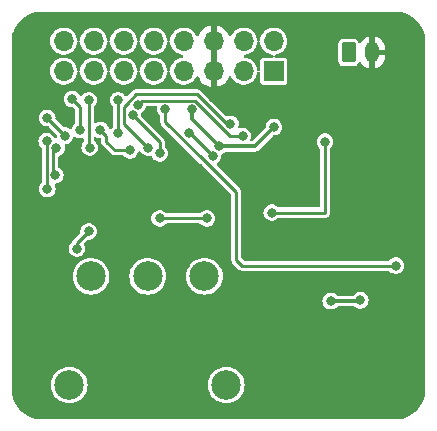
<source format=gbr>
%TF.GenerationSoftware,KiCad,Pcbnew,8.0.1*%
%TF.CreationDate,2024-03-24T23:32:15+02:00*%
%TF.ProjectId,PowerSubsystem,506f7765-7253-4756-9273-797374656d2e,rev?*%
%TF.SameCoordinates,Original*%
%TF.FileFunction,Copper,L2,Bot*%
%TF.FilePolarity,Positive*%
%FSLAX46Y46*%
G04 Gerber Fmt 4.6, Leading zero omitted, Abs format (unit mm)*
G04 Created by KiCad (PCBNEW 8.0.1) date 2024-03-24 23:32:15*
%MOMM*%
%LPD*%
G01*
G04 APERTURE LIST*
G04 Aperture macros list*
%AMRoundRect*
0 Rectangle with rounded corners*
0 $1 Rounding radius*
0 $2 $3 $4 $5 $6 $7 $8 $9 X,Y pos of 4 corners*
0 Add a 4 corners polygon primitive as box body*
4,1,4,$2,$3,$4,$5,$6,$7,$8,$9,$2,$3,0*
0 Add four circle primitives for the rounded corners*
1,1,$1+$1,$2,$3*
1,1,$1+$1,$4,$5*
1,1,$1+$1,$6,$7*
1,1,$1+$1,$8,$9*
0 Add four rect primitives between the rounded corners*
20,1,$1+$1,$2,$3,$4,$5,0*
20,1,$1+$1,$4,$5,$6,$7,0*
20,1,$1+$1,$6,$7,$8,$9,0*
20,1,$1+$1,$8,$9,$2,$3,0*%
G04 Aperture macros list end*
%TA.AperFunction,ComponentPad*%
%ADD10C,2.500000*%
%TD*%
%TA.AperFunction,ComponentPad*%
%ADD11RoundRect,0.250000X-0.350000X-0.625000X0.350000X-0.625000X0.350000X0.625000X-0.350000X0.625000X0*%
%TD*%
%TA.AperFunction,ComponentPad*%
%ADD12O,1.200000X1.750000*%
%TD*%
%TA.AperFunction,ComponentPad*%
%ADD13O,1.700000X1.700000*%
%TD*%
%TA.AperFunction,ComponentPad*%
%ADD14R,1.700000X1.700000*%
%TD*%
%TA.AperFunction,ViaPad*%
%ADD15C,0.800000*%
%TD*%
%TA.AperFunction,Conductor*%
%ADD16C,0.254000*%
%TD*%
%TA.AperFunction,Conductor*%
%ADD17C,0.300000*%
%TD*%
G04 APERTURE END LIST*
D10*
%TO.P,U4,1,1*%
%TO.N,Net-(U2-BAT)*%
X176300102Y-69900051D03*
%TO.P,U4,2,2*%
%TO.N,Vbatt*%
X171500000Y-69900051D03*
%TO.P,U4,3,3*%
%TO.N,Circuit2*%
X166699898Y-69900051D03*
%TO.P,U4,4,4*%
%TO.N,unconnected-(U4-Pad4)*%
X178149987Y-79099949D03*
%TO.P,U4,5,5*%
%TO.N,unconnected-(U4-Pad5)*%
X164850013Y-79099949D03*
%TD*%
D11*
%TO.P,J2,1,Pin_1*%
%TO.N,Vbatt*%
X188500000Y-50950000D03*
D12*
%TO.P,J2,2,Pin_2*%
%TO.N,GND*%
X190500000Y-50950000D03*
%TD*%
D13*
%TO.P,J1,16,Pin_16*%
%TO.N,Vp4*%
X164380000Y-50000000D03*
%TO.P,J1,15,Pin_15*%
%TO.N,/Motor1_B*%
X164380000Y-52540000D03*
%TO.P,J1,14,Pin_14*%
%TO.N,Vp3*%
X166920000Y-50000000D03*
%TO.P,J1,13,Pin_13*%
%TO.N,/Motor1_A*%
X166920000Y-52540000D03*
%TO.P,J1,12,Pin_12*%
%TO.N,Vusb*%
X169460000Y-50000000D03*
%TO.P,J1,11,Pin_11*%
X169460000Y-52540000D03*
%TO.P,J1,10,Pin_10*%
%TO.N,BATT_ADC*%
X172000000Y-50000000D03*
%TO.P,J1,9,Pin_9*%
%TO.N,/RESV*%
X172000000Y-52540000D03*
%TO.P,J1,8,Pin_8*%
%TO.N,Vbatt*%
X174540000Y-50000000D03*
%TO.P,J1,7,Pin_7*%
X174540000Y-52540000D03*
%TO.P,J1,6,Pin_6*%
%TO.N,GND*%
X177080000Y-50000000D03*
%TO.P,J1,5,Pin_5*%
X177080000Y-52540000D03*
%TO.P,J1,4,Pin_4*%
%TO.N,Vp2*%
X179620000Y-50000000D03*
%TO.P,J1,3,Pin_3*%
%TO.N,/Motor2_B*%
X179620000Y-52540000D03*
%TO.P,J1,2,Pin_2*%
%TO.N,Vp1*%
X182160000Y-50000000D03*
D14*
%TO.P,J1,1,Pin_1*%
%TO.N,/Motor2_A*%
X182160000Y-52540000D03*
%TD*%
D15*
%TO.N,/Motor1_A*%
X166500000Y-66098000D03*
X165500000Y-67552000D03*
%TO.N,/Motor2_A*%
X162985933Y-56485933D03*
X164500000Y-58000000D03*
%TO.N,Vbatt*%
X182177000Y-57273000D03*
%TO.N,BATT_ADC*%
X173000000Y-55773000D03*
X192500000Y-69000000D03*
%TO.N,Vbatt*%
X177566675Y-58903055D03*
%TO.N,Vusb*%
X170657313Y-55370317D03*
%TO.N,Vbatt*%
X175217442Y-55773711D03*
X189493425Y-71925001D03*
X187000000Y-72000000D03*
%TO.N,GND*%
X161500000Y-68500000D03*
X161500000Y-62000000D03*
X183325000Y-70500000D03*
X187000000Y-80475000D03*
X190500000Y-56500000D03*
X190500000Y-54500000D03*
%TO.N,Vusb*%
X179528134Y-58028134D03*
X186500000Y-58500000D03*
X182000000Y-64500000D03*
%TO.N,GND*%
X177000000Y-54773000D03*
X180000000Y-64175000D03*
%TO.N,Vp4*%
X165107000Y-54889304D03*
X165773000Y-57500000D03*
X167500000Y-57500000D03*
X170000000Y-59227000D03*
%TO.N,Vp3*%
X169000000Y-55000000D03*
X175000000Y-57773000D03*
X177000000Y-59727000D03*
X176500000Y-65000000D03*
X169000000Y-57773000D03*
X172500000Y-65000000D03*
%TO.N,GND*%
X172669671Y-62184897D03*
%TO.N,Vp2*%
X170227000Y-56273000D03*
X172500000Y-59500000D03*
%TO.N,Vp1*%
X171500000Y-59000000D03*
X178500000Y-57000000D03*
%TO.N,/Motor1_A*%
X166500000Y-55000000D03*
X166577000Y-59000000D03*
%TO.N,/Motor1_B*%
X162940319Y-58460310D03*
X163000000Y-62500000D03*
%TO.N,/Motor2_B*%
X163773000Y-59014067D03*
X163664907Y-61335093D03*
%TD*%
D16*
%TO.N,/Motor1_A*%
X166500000Y-66098000D02*
X165500000Y-67098000D01*
X165500000Y-67098000D02*
X165500000Y-67552000D01*
%TO.N,/Motor2_A*%
X164500000Y-58000000D02*
X162985933Y-56485933D01*
D17*
%TO.N,Vbatt*%
X180546945Y-58903055D02*
X177566675Y-58903055D01*
X182177000Y-57273000D02*
X180546945Y-58903055D01*
D16*
%TO.N,BATT_ADC*%
X176227000Y-60028134D02*
X173000000Y-56801134D01*
X176273000Y-60028134D02*
X176227000Y-60028134D01*
X179000000Y-68500000D02*
X179000000Y-62755134D01*
X179500000Y-69000000D02*
X179000000Y-68500000D01*
X192500000Y-69000000D02*
X179500000Y-69000000D01*
X179000000Y-62755134D02*
X176273000Y-60028134D01*
X173000000Y-56801134D02*
X173000000Y-55773000D01*
D17*
%TO.N,Vbatt*%
X177566675Y-58903055D02*
X175217442Y-56553822D01*
X175217442Y-56553822D02*
X175217442Y-55773711D01*
X175218549Y-55773711D02*
X175217442Y-55773711D01*
D16*
%TO.N,Vusb*%
X178500000Y-58028134D02*
X179528134Y-58028134D01*
X175517866Y-55046000D02*
X178500000Y-58028134D01*
X170657313Y-55370317D02*
X170981630Y-55046000D01*
X170981630Y-55046000D02*
X175517866Y-55046000D01*
%TO.N,Vp2*%
X172500000Y-58546000D02*
X172500000Y-59500000D01*
X170227000Y-56273000D02*
X172500000Y-58546000D01*
%TO.N,Vp1*%
X178198866Y-57000000D02*
X178500000Y-57000000D01*
X170500000Y-54500000D02*
X175698866Y-54500000D01*
X175698866Y-54500000D02*
X178198866Y-57000000D01*
X169727000Y-55301134D02*
X169727000Y-55273000D01*
X169727000Y-55273000D02*
X170500000Y-54500000D01*
X169500000Y-55528134D02*
X169727000Y-55301134D01*
X169500000Y-57000000D02*
X169500000Y-55528134D01*
X171500000Y-59000000D02*
X169500000Y-57000000D01*
%TO.N,Vp3*%
X175046000Y-57773000D02*
X177000000Y-59727000D01*
X175000000Y-57773000D02*
X175046000Y-57773000D01*
D17*
%TO.N,Vbatt*%
X187000000Y-72000000D02*
X189418426Y-72000000D01*
X189418426Y-72000000D02*
X189493425Y-71925001D01*
D16*
%TO.N,Vusb*%
X186500000Y-64500000D02*
X186500000Y-64000000D01*
X182500000Y-64500000D02*
X186500000Y-64500000D01*
X186500000Y-64000000D02*
X186500000Y-58500000D01*
X182000000Y-64500000D02*
X182500000Y-64500000D01*
%TO.N,Vp3*%
X176500000Y-65000000D02*
X172500000Y-65000000D01*
%TO.N,Vp4*%
X165773000Y-57500000D02*
X165773000Y-55555304D01*
X168000000Y-58000000D02*
X167500000Y-57500000D01*
X168000000Y-58500000D02*
X168000000Y-58000000D01*
X168727000Y-59227000D02*
X168000000Y-58500000D01*
X170000000Y-59227000D02*
X168727000Y-59227000D01*
X165773000Y-55555304D02*
X165107000Y-54889304D01*
%TO.N,Vp3*%
X169000000Y-57000000D02*
X169000000Y-55000000D01*
X169000000Y-57773000D02*
X169000000Y-57000000D01*
%TO.N,/Motor1_A*%
X166500000Y-55000000D02*
X166500000Y-58923000D01*
X166500000Y-58923000D02*
X166577000Y-59000000D01*
%TO.N,/Motor1_B*%
X162937907Y-62437907D02*
X162937907Y-58462722D01*
X163000000Y-62500000D02*
X162937907Y-62437907D01*
X162937907Y-58462722D02*
X162940319Y-58460310D01*
%TO.N,/Motor2_B*%
X163500000Y-59287067D02*
X163773000Y-59014067D01*
X163500000Y-61170186D02*
X163500000Y-59287067D01*
X163664907Y-61335093D02*
X163500000Y-61170186D01*
%TD*%
%TA.AperFunction,Conductor*%
%TO.N,GND*%
G36*
X177330000Y-52106988D02*
G01*
X177272993Y-52074075D01*
X177145826Y-52040000D01*
X177014174Y-52040000D01*
X176887007Y-52074075D01*
X176830000Y-52106988D01*
X176830000Y-50433012D01*
X176887007Y-50465925D01*
X177014174Y-50500000D01*
X177145826Y-50500000D01*
X177272993Y-50465925D01*
X177330000Y-50433012D01*
X177330000Y-52106988D01*
G37*
%TD.AperFunction*%
%TA.AperFunction,Conductor*%
G36*
X192501039Y-47500017D02*
G01*
X192503981Y-47500065D01*
X192656582Y-47502559D01*
X192670718Y-47503602D01*
X192980196Y-47544345D01*
X192996087Y-47547506D01*
X193240218Y-47612921D01*
X193296612Y-47628032D01*
X193311971Y-47633246D01*
X193599400Y-47752303D01*
X193613947Y-47759477D01*
X193883377Y-47915032D01*
X193896863Y-47924043D01*
X194143686Y-48113437D01*
X194155881Y-48124132D01*
X194375867Y-48344118D01*
X194386562Y-48356313D01*
X194575956Y-48603136D01*
X194584967Y-48616622D01*
X194740522Y-48886052D01*
X194747696Y-48900599D01*
X194866753Y-49188028D01*
X194871967Y-49203387D01*
X194952491Y-49503903D01*
X194955655Y-49519812D01*
X194996396Y-49829270D01*
X194997440Y-49843428D01*
X194999983Y-49998960D01*
X195000000Y-50000987D01*
X195000000Y-79499012D01*
X194999983Y-79501039D01*
X194997440Y-79656571D01*
X194996396Y-79670729D01*
X194955655Y-79980187D01*
X194952491Y-79996096D01*
X194871967Y-80296612D01*
X194866753Y-80311971D01*
X194747696Y-80599400D01*
X194740522Y-80613947D01*
X194584967Y-80883377D01*
X194575956Y-80896863D01*
X194386562Y-81143686D01*
X194375867Y-81155881D01*
X194155881Y-81375867D01*
X194143686Y-81386562D01*
X193896863Y-81575956D01*
X193883377Y-81584967D01*
X193613947Y-81740522D01*
X193599400Y-81747696D01*
X193311971Y-81866753D01*
X193296612Y-81871967D01*
X192996096Y-81952491D01*
X192980187Y-81955655D01*
X192670729Y-81996396D01*
X192656571Y-81997440D01*
X192501040Y-81999983D01*
X192499013Y-82000000D01*
X162500987Y-82000000D01*
X162498960Y-81999983D01*
X162343428Y-81997440D01*
X162329270Y-81996396D01*
X162019812Y-81955655D01*
X162003903Y-81952491D01*
X161703387Y-81871967D01*
X161688028Y-81866753D01*
X161400599Y-81747696D01*
X161386052Y-81740522D01*
X161116622Y-81584967D01*
X161103136Y-81575956D01*
X160856313Y-81386562D01*
X160844118Y-81375867D01*
X160624132Y-81155881D01*
X160613437Y-81143686D01*
X160424043Y-80896863D01*
X160415032Y-80883377D01*
X160259477Y-80613947D01*
X160252303Y-80599400D01*
X160133246Y-80311971D01*
X160128032Y-80296612D01*
X160052339Y-80014125D01*
X160047506Y-79996087D01*
X160044345Y-79980196D01*
X160003602Y-79670718D01*
X160002559Y-79656582D01*
X160000017Y-79501038D01*
X160000000Y-79499012D01*
X160000000Y-79099949D01*
X163294719Y-79099949D01*
X163313866Y-79343246D01*
X163370843Y-79580568D01*
X163464235Y-79806038D01*
X163591750Y-80014122D01*
X163591751Y-80014125D01*
X163591754Y-80014128D01*
X163750254Y-80199708D01*
X163863714Y-80296612D01*
X163935836Y-80358210D01*
X163935839Y-80358211D01*
X164143923Y-80485726D01*
X164369394Y-80579118D01*
X164369391Y-80579118D01*
X164369397Y-80579119D01*
X164369401Y-80579121D01*
X164606711Y-80636095D01*
X164850013Y-80655243D01*
X165093315Y-80636095D01*
X165330625Y-80579121D01*
X165556102Y-80485726D01*
X165764192Y-80358208D01*
X165949772Y-80199708D01*
X166108272Y-80014128D01*
X166235790Y-79806038D01*
X166329185Y-79580561D01*
X166386159Y-79343251D01*
X166405307Y-79099949D01*
X176594693Y-79099949D01*
X176613840Y-79343246D01*
X176670817Y-79580568D01*
X176764209Y-79806038D01*
X176891724Y-80014122D01*
X176891725Y-80014125D01*
X176891728Y-80014128D01*
X177050228Y-80199708D01*
X177163688Y-80296612D01*
X177235810Y-80358210D01*
X177235813Y-80358211D01*
X177443897Y-80485726D01*
X177669368Y-80579118D01*
X177669365Y-80579118D01*
X177669371Y-80579119D01*
X177669375Y-80579121D01*
X177906685Y-80636095D01*
X178149987Y-80655243D01*
X178393289Y-80636095D01*
X178630599Y-80579121D01*
X178856076Y-80485726D01*
X179064166Y-80358208D01*
X179249746Y-80199708D01*
X179408246Y-80014128D01*
X179535764Y-79806038D01*
X179629159Y-79580561D01*
X179686133Y-79343251D01*
X179705281Y-79099949D01*
X179686133Y-78856647D01*
X179629159Y-78619337D01*
X179535764Y-78393860D01*
X179535764Y-78393859D01*
X179408249Y-78185775D01*
X179408248Y-78185772D01*
X179372440Y-78143846D01*
X179249746Y-78000190D01*
X179127050Y-77895398D01*
X179064163Y-77841687D01*
X179064160Y-77841686D01*
X178856076Y-77714171D01*
X178630605Y-77620779D01*
X178630608Y-77620779D01*
X178524979Y-77595419D01*
X178393289Y-77563803D01*
X178393287Y-77563802D01*
X178393284Y-77563802D01*
X178149987Y-77544655D01*
X177906689Y-77563802D01*
X177669367Y-77620779D01*
X177443897Y-77714171D01*
X177235813Y-77841686D01*
X177235810Y-77841687D01*
X177050228Y-78000190D01*
X176891725Y-78185772D01*
X176891724Y-78185775D01*
X176764209Y-78393859D01*
X176670817Y-78619329D01*
X176613840Y-78856651D01*
X176594693Y-79099949D01*
X166405307Y-79099949D01*
X166386159Y-78856647D01*
X166329185Y-78619337D01*
X166235790Y-78393860D01*
X166235790Y-78393859D01*
X166108275Y-78185775D01*
X166108274Y-78185772D01*
X166072466Y-78143846D01*
X165949772Y-78000190D01*
X165827076Y-77895398D01*
X165764189Y-77841687D01*
X165764186Y-77841686D01*
X165556102Y-77714171D01*
X165330631Y-77620779D01*
X165330634Y-77620779D01*
X165225005Y-77595419D01*
X165093315Y-77563803D01*
X165093313Y-77563802D01*
X165093310Y-77563802D01*
X164850013Y-77544655D01*
X164606715Y-77563802D01*
X164369393Y-77620779D01*
X164143923Y-77714171D01*
X163935839Y-77841686D01*
X163935836Y-77841687D01*
X163750254Y-78000190D01*
X163591751Y-78185772D01*
X163591750Y-78185775D01*
X163464235Y-78393859D01*
X163370843Y-78619329D01*
X163313866Y-78856651D01*
X163294719Y-79099949D01*
X160000000Y-79099949D01*
X160000000Y-72000000D01*
X186294355Y-72000000D01*
X186314859Y-72168869D01*
X186314860Y-72168874D01*
X186375182Y-72327931D01*
X186437475Y-72418177D01*
X186471817Y-72467929D01*
X186514494Y-72505737D01*
X186599150Y-72580736D01*
X186684443Y-72625501D01*
X186749775Y-72659790D01*
X186914944Y-72700500D01*
X187085056Y-72700500D01*
X187250225Y-72659790D01*
X187400852Y-72580734D01*
X187512656Y-72481685D01*
X187575889Y-72451963D01*
X187594883Y-72450500D01*
X188983198Y-72450500D01*
X189050237Y-72470185D01*
X189065424Y-72481684D01*
X189092572Y-72505734D01*
X189092574Y-72505736D01*
X189235468Y-72580733D01*
X189243200Y-72584791D01*
X189408369Y-72625501D01*
X189578481Y-72625501D01*
X189743650Y-72584791D01*
X189823117Y-72543082D01*
X189894274Y-72505737D01*
X189894275Y-72505735D01*
X189894277Y-72505735D01*
X190021608Y-72392930D01*
X190118243Y-72252931D01*
X190178565Y-72093873D01*
X190199070Y-71925001D01*
X190178565Y-71756129D01*
X190118243Y-71597071D01*
X190021608Y-71457072D01*
X189894277Y-71344267D01*
X189894274Y-71344264D01*
X189743651Y-71265211D01*
X189578481Y-71224501D01*
X189408369Y-71224501D01*
X189243198Y-71265211D01*
X189092575Y-71344264D01*
X188967191Y-71455345D01*
X188965242Y-71457072D01*
X188938411Y-71495942D01*
X188884129Y-71539931D01*
X188836363Y-71549500D01*
X187594883Y-71549500D01*
X187527844Y-71529815D01*
X187512656Y-71518315D01*
X187400852Y-71419266D01*
X187400850Y-71419264D01*
X187250226Y-71340210D01*
X187085056Y-71299500D01*
X186914944Y-71299500D01*
X186749773Y-71340210D01*
X186599150Y-71419263D01*
X186471816Y-71532072D01*
X186375182Y-71672068D01*
X186314860Y-71831125D01*
X186314859Y-71831130D01*
X186294355Y-72000000D01*
X160000000Y-72000000D01*
X160000000Y-69900051D01*
X165144604Y-69900051D01*
X165163751Y-70143348D01*
X165220728Y-70380670D01*
X165314120Y-70606140D01*
X165441635Y-70814224D01*
X165441636Y-70814227D01*
X165441639Y-70814230D01*
X165600139Y-70999810D01*
X165743795Y-71122504D01*
X165785721Y-71158312D01*
X165785724Y-71158313D01*
X165993808Y-71285828D01*
X166219279Y-71379220D01*
X166219276Y-71379220D01*
X166219282Y-71379221D01*
X166219286Y-71379223D01*
X166456596Y-71436197D01*
X166699898Y-71455345D01*
X166943200Y-71436197D01*
X167180510Y-71379223D01*
X167405987Y-71285828D01*
X167614077Y-71158310D01*
X167799657Y-70999810D01*
X167958157Y-70814230D01*
X168085675Y-70606140D01*
X168179070Y-70380663D01*
X168236044Y-70143353D01*
X168255192Y-69900051D01*
X169944706Y-69900051D01*
X169963853Y-70143348D01*
X170020830Y-70380670D01*
X170114222Y-70606140D01*
X170241737Y-70814224D01*
X170241738Y-70814227D01*
X170241741Y-70814230D01*
X170400241Y-70999810D01*
X170543897Y-71122504D01*
X170585823Y-71158312D01*
X170585826Y-71158313D01*
X170793910Y-71285828D01*
X171019381Y-71379220D01*
X171019378Y-71379220D01*
X171019384Y-71379221D01*
X171019388Y-71379223D01*
X171256698Y-71436197D01*
X171500000Y-71455345D01*
X171743302Y-71436197D01*
X171980612Y-71379223D01*
X172206089Y-71285828D01*
X172414179Y-71158310D01*
X172599759Y-70999810D01*
X172758259Y-70814230D01*
X172885777Y-70606140D01*
X172979172Y-70380663D01*
X173036146Y-70143353D01*
X173055294Y-69900051D01*
X174744808Y-69900051D01*
X174763955Y-70143348D01*
X174820932Y-70380670D01*
X174914324Y-70606140D01*
X175041839Y-70814224D01*
X175041840Y-70814227D01*
X175041843Y-70814230D01*
X175200343Y-70999810D01*
X175343999Y-71122504D01*
X175385925Y-71158312D01*
X175385928Y-71158313D01*
X175594012Y-71285828D01*
X175819483Y-71379220D01*
X175819480Y-71379220D01*
X175819486Y-71379221D01*
X175819490Y-71379223D01*
X176056800Y-71436197D01*
X176300102Y-71455345D01*
X176543404Y-71436197D01*
X176780714Y-71379223D01*
X177006191Y-71285828D01*
X177214281Y-71158310D01*
X177399861Y-70999810D01*
X177558361Y-70814230D01*
X177685879Y-70606140D01*
X177779274Y-70380663D01*
X177836248Y-70143353D01*
X177855396Y-69900051D01*
X177836248Y-69656749D01*
X177779274Y-69419439D01*
X177770546Y-69398367D01*
X177685879Y-69193961D01*
X177558364Y-68985877D01*
X177558363Y-68985874D01*
X177522555Y-68943948D01*
X177399861Y-68800292D01*
X177241465Y-68665009D01*
X177214278Y-68641789D01*
X177214275Y-68641788D01*
X177006191Y-68514273D01*
X176780720Y-68420881D01*
X176780723Y-68420881D01*
X176675094Y-68395521D01*
X176543404Y-68363905D01*
X176543402Y-68363904D01*
X176543399Y-68363904D01*
X176300102Y-68344757D01*
X176056804Y-68363904D01*
X175819482Y-68420881D01*
X175594012Y-68514273D01*
X175385928Y-68641788D01*
X175385925Y-68641789D01*
X175200343Y-68800292D01*
X175041840Y-68985874D01*
X175041839Y-68985877D01*
X174914324Y-69193961D01*
X174820932Y-69419431D01*
X174763955Y-69656753D01*
X174744808Y-69900051D01*
X173055294Y-69900051D01*
X173036146Y-69656749D01*
X172979172Y-69419439D01*
X172970444Y-69398367D01*
X172885777Y-69193961D01*
X172758262Y-68985877D01*
X172758261Y-68985874D01*
X172722453Y-68943948D01*
X172599759Y-68800292D01*
X172441363Y-68665009D01*
X172414176Y-68641789D01*
X172414173Y-68641788D01*
X172206089Y-68514273D01*
X171980618Y-68420881D01*
X171980621Y-68420881D01*
X171874992Y-68395521D01*
X171743302Y-68363905D01*
X171743300Y-68363904D01*
X171743297Y-68363904D01*
X171500000Y-68344757D01*
X171256702Y-68363904D01*
X171019380Y-68420881D01*
X170793910Y-68514273D01*
X170585826Y-68641788D01*
X170585823Y-68641789D01*
X170400241Y-68800292D01*
X170241738Y-68985874D01*
X170241737Y-68985877D01*
X170114222Y-69193961D01*
X170020830Y-69419431D01*
X169963853Y-69656753D01*
X169944706Y-69900051D01*
X168255192Y-69900051D01*
X168236044Y-69656749D01*
X168179070Y-69419439D01*
X168170342Y-69398367D01*
X168085675Y-69193961D01*
X167958160Y-68985877D01*
X167958159Y-68985874D01*
X167922351Y-68943948D01*
X167799657Y-68800292D01*
X167641261Y-68665009D01*
X167614074Y-68641789D01*
X167614071Y-68641788D01*
X167405987Y-68514273D01*
X167180516Y-68420881D01*
X167180519Y-68420881D01*
X167074890Y-68395521D01*
X166943200Y-68363905D01*
X166943198Y-68363904D01*
X166943195Y-68363904D01*
X166699898Y-68344757D01*
X166456600Y-68363904D01*
X166219278Y-68420881D01*
X165993808Y-68514273D01*
X165785724Y-68641788D01*
X165785721Y-68641789D01*
X165600139Y-68800292D01*
X165441636Y-68985874D01*
X165441635Y-68985877D01*
X165314120Y-69193961D01*
X165220728Y-69419431D01*
X165163751Y-69656753D01*
X165144604Y-69900051D01*
X160000000Y-69900051D01*
X160000000Y-67552000D01*
X164794355Y-67552000D01*
X164814859Y-67720869D01*
X164814860Y-67720874D01*
X164875182Y-67879931D01*
X164937475Y-67970177D01*
X164971817Y-68019929D01*
X165077505Y-68113560D01*
X165099150Y-68132736D01*
X165249773Y-68211789D01*
X165249775Y-68211790D01*
X165414944Y-68252500D01*
X165585056Y-68252500D01*
X165750225Y-68211790D01*
X165829692Y-68170081D01*
X165900849Y-68132736D01*
X165900850Y-68132734D01*
X165900852Y-68132734D01*
X166028183Y-68019929D01*
X166124818Y-67879930D01*
X166185140Y-67720872D01*
X166205645Y-67552000D01*
X166185140Y-67383128D01*
X166124818Y-67224070D01*
X166123770Y-67222551D01*
X166123346Y-67221266D01*
X166121331Y-67217426D01*
X166121969Y-67217090D01*
X166101889Y-67156196D01*
X166119356Y-67088545D01*
X166138137Y-67064437D01*
X166367756Y-66834819D01*
X166429079Y-66801334D01*
X166455437Y-66798500D01*
X166585056Y-66798500D01*
X166750225Y-66757790D01*
X166829692Y-66716081D01*
X166900849Y-66678736D01*
X166900850Y-66678734D01*
X166900852Y-66678734D01*
X167028183Y-66565929D01*
X167124818Y-66425930D01*
X167185140Y-66266872D01*
X167205645Y-66098000D01*
X167185140Y-65929128D01*
X167124818Y-65770070D01*
X167028183Y-65630071D01*
X166900852Y-65517266D01*
X166900849Y-65517263D01*
X166750226Y-65438210D01*
X166585056Y-65397500D01*
X166414944Y-65397500D01*
X166249773Y-65438210D01*
X166099150Y-65517263D01*
X165971816Y-65630072D01*
X165875182Y-65770068D01*
X165814860Y-65929125D01*
X165814859Y-65929130D01*
X165794355Y-66098000D01*
X165794355Y-66098002D01*
X165798020Y-66128192D01*
X165786558Y-66197115D01*
X165762605Y-66230817D01*
X165237509Y-66755915D01*
X165157917Y-66835506D01*
X165157913Y-66835512D01*
X165101633Y-66932991D01*
X165101632Y-66932994D01*
X165098605Y-66944290D01*
X165062238Y-67003949D01*
X165061059Y-67005007D01*
X164971822Y-67084065D01*
X164971815Y-67084073D01*
X164875182Y-67224068D01*
X164814860Y-67383125D01*
X164814859Y-67383130D01*
X164794355Y-67552000D01*
X160000000Y-67552000D01*
X160000000Y-65000000D01*
X171794355Y-65000000D01*
X171814859Y-65168869D01*
X171814860Y-65168874D01*
X171875182Y-65327931D01*
X171923203Y-65397500D01*
X171971817Y-65467929D01*
X172077505Y-65561560D01*
X172099150Y-65580736D01*
X172249773Y-65659789D01*
X172249775Y-65659790D01*
X172414944Y-65700500D01*
X172585056Y-65700500D01*
X172750225Y-65659790D01*
X172829692Y-65618081D01*
X172900849Y-65580736D01*
X172900850Y-65580734D01*
X172900852Y-65580734D01*
X173028183Y-65467929D01*
X173028183Y-65467927D01*
X173033797Y-65462955D01*
X173034963Y-65464271D01*
X173086186Y-65432145D01*
X173119808Y-65427500D01*
X175880192Y-65427500D01*
X175947231Y-65447185D01*
X175965957Y-65463231D01*
X175966203Y-65462955D01*
X176099150Y-65580736D01*
X176249773Y-65659789D01*
X176249775Y-65659790D01*
X176414944Y-65700500D01*
X176585056Y-65700500D01*
X176750225Y-65659790D01*
X176829692Y-65618081D01*
X176900849Y-65580736D01*
X176900850Y-65580734D01*
X176900852Y-65580734D01*
X177028183Y-65467929D01*
X177124818Y-65327930D01*
X177185140Y-65168872D01*
X177205645Y-65000000D01*
X177185140Y-64831128D01*
X177124818Y-64672070D01*
X177122608Y-64668869D01*
X177044893Y-64556280D01*
X177028183Y-64532071D01*
X176900852Y-64419266D01*
X176900849Y-64419263D01*
X176750226Y-64340210D01*
X176585056Y-64299500D01*
X176414944Y-64299500D01*
X176249773Y-64340210D01*
X176099150Y-64419263D01*
X175966203Y-64537045D01*
X175965036Y-64535728D01*
X175913814Y-64567855D01*
X175880192Y-64572500D01*
X173119808Y-64572500D01*
X173052769Y-64552815D01*
X173034042Y-64536768D01*
X173033797Y-64537045D01*
X172900849Y-64419263D01*
X172750226Y-64340210D01*
X172585056Y-64299500D01*
X172414944Y-64299500D01*
X172249773Y-64340210D01*
X172099150Y-64419263D01*
X171971816Y-64532072D01*
X171875182Y-64672068D01*
X171814860Y-64831125D01*
X171814859Y-64831130D01*
X171794355Y-65000000D01*
X160000000Y-65000000D01*
X160000000Y-58460310D01*
X162234674Y-58460310D01*
X162255178Y-58629179D01*
X162255179Y-58629184D01*
X162315501Y-58788241D01*
X162354814Y-58845195D01*
X162412136Y-58928239D01*
X162468634Y-58978292D01*
X162505761Y-59037481D01*
X162510407Y-59071107D01*
X162510407Y-61942075D01*
X162490722Y-62009114D01*
X162476263Y-62025989D01*
X162476791Y-62026457D01*
X162471815Y-62032073D01*
X162375182Y-62172068D01*
X162314860Y-62331125D01*
X162314859Y-62331130D01*
X162294355Y-62500000D01*
X162314859Y-62668869D01*
X162314860Y-62668874D01*
X162375182Y-62827931D01*
X162422092Y-62895891D01*
X162471817Y-62967929D01*
X162577505Y-63061560D01*
X162599150Y-63080736D01*
X162749773Y-63159789D01*
X162749775Y-63159790D01*
X162914944Y-63200500D01*
X163085056Y-63200500D01*
X163250225Y-63159790D01*
X163329692Y-63118081D01*
X163400849Y-63080736D01*
X163400850Y-63080734D01*
X163400852Y-63080734D01*
X163528183Y-62967929D01*
X163624818Y-62827930D01*
X163685140Y-62668872D01*
X163705645Y-62500000D01*
X163685140Y-62331128D01*
X163636762Y-62203563D01*
X163631395Y-62133900D01*
X163664543Y-62072394D01*
X163725681Y-62038573D01*
X163742544Y-62036713D01*
X163742518Y-62036497D01*
X163749961Y-62035593D01*
X163749963Y-62035593D01*
X163915132Y-61994883D01*
X164015748Y-61942075D01*
X164065756Y-61915829D01*
X164065757Y-61915827D01*
X164065759Y-61915827D01*
X164193090Y-61803022D01*
X164289725Y-61663023D01*
X164350047Y-61503965D01*
X164370552Y-61335093D01*
X164350047Y-61166221D01*
X164289725Y-61007163D01*
X164193090Y-60867164D01*
X164065759Y-60754359D01*
X164065757Y-60754358D01*
X164065756Y-60754357D01*
X164065755Y-60754356D01*
X163993873Y-60716629D01*
X163943661Y-60668044D01*
X163927500Y-60606833D01*
X163927500Y-59794598D01*
X163947185Y-59727559D01*
X163999989Y-59681804D01*
X164021826Y-59674201D01*
X164023225Y-59673857D01*
X164173852Y-59594801D01*
X164301183Y-59481996D01*
X164397818Y-59341997D01*
X164458140Y-59182939D01*
X164478645Y-59014067D01*
X164458140Y-58845195D01*
X164458139Y-58845194D01*
X164457442Y-58839447D01*
X164468902Y-58770523D01*
X164515806Y-58718737D01*
X164580538Y-58700500D01*
X164585056Y-58700500D01*
X164750225Y-58659790D01*
X164832678Y-58616515D01*
X164900849Y-58580736D01*
X164900850Y-58580734D01*
X164900852Y-58580734D01*
X165028183Y-58467929D01*
X165124818Y-58327930D01*
X165185140Y-58168872D01*
X165185140Y-58168867D01*
X165186935Y-58161588D01*
X165189041Y-58162107D01*
X165212369Y-58107901D01*
X165270302Y-58068842D01*
X165340154Y-58067304D01*
X165364680Y-58078823D01*
X165365507Y-58077249D01*
X165515184Y-58155806D01*
X165522775Y-58159790D01*
X165687944Y-58200500D01*
X165858054Y-58200500D01*
X165858056Y-58200500D01*
X165918828Y-58185521D01*
X165988626Y-58188590D01*
X166045689Y-58228909D01*
X166071894Y-58293678D01*
X166072500Y-58305918D01*
X166072500Y-58459120D01*
X166052815Y-58526159D01*
X166050550Y-58529560D01*
X165952182Y-58672068D01*
X165891860Y-58831125D01*
X165891859Y-58831130D01*
X165871355Y-59000000D01*
X165891859Y-59168869D01*
X165891860Y-59168874D01*
X165927763Y-59263541D01*
X165952182Y-59327930D01*
X166048817Y-59467929D01*
X166147021Y-59554930D01*
X166176150Y-59580736D01*
X166316694Y-59654499D01*
X166326775Y-59659790D01*
X166491944Y-59700500D01*
X166662056Y-59700500D01*
X166827225Y-59659790D01*
X166952121Y-59594239D01*
X166977849Y-59580736D01*
X166977850Y-59580734D01*
X166977852Y-59580734D01*
X167105183Y-59467929D01*
X167201818Y-59327930D01*
X167262140Y-59168872D01*
X167282645Y-59000000D01*
X167262140Y-58831128D01*
X167201818Y-58672070D01*
X167199608Y-58668869D01*
X167138773Y-58580734D01*
X167105183Y-58532071D01*
X166977852Y-58419266D01*
X166977850Y-58419265D01*
X166972238Y-58414293D01*
X166973802Y-58412527D01*
X166937065Y-58367186D01*
X166927500Y-58319430D01*
X166927500Y-58195767D01*
X166947185Y-58128728D01*
X166999989Y-58082973D01*
X167069147Y-58073029D01*
X167109126Y-58085971D01*
X167242184Y-58155806D01*
X167249775Y-58159790D01*
X167414944Y-58200500D01*
X167448500Y-58200500D01*
X167515539Y-58220185D01*
X167561294Y-58272989D01*
X167572500Y-58324500D01*
X167572500Y-58443719D01*
X167572500Y-58556281D01*
X167579052Y-58580734D01*
X167601633Y-58665010D01*
X167620290Y-58697324D01*
X167657915Y-58762491D01*
X168464508Y-59569085D01*
X168561991Y-59625367D01*
X168670718Y-59654500D01*
X168670719Y-59654500D01*
X169380192Y-59654500D01*
X169447231Y-59674185D01*
X169465957Y-59690231D01*
X169466203Y-59689955D01*
X169471816Y-59694927D01*
X169471817Y-59694929D01*
X169508018Y-59727000D01*
X169599150Y-59807736D01*
X169749773Y-59886789D01*
X169749775Y-59886790D01*
X169914944Y-59927500D01*
X170085056Y-59927500D01*
X170250225Y-59886790D01*
X170329692Y-59845081D01*
X170400849Y-59807736D01*
X170400850Y-59807734D01*
X170400852Y-59807734D01*
X170528183Y-59694929D01*
X170624818Y-59554930D01*
X170685140Y-59395872D01*
X170685140Y-59395871D01*
X170685380Y-59395239D01*
X170727558Y-59339536D01*
X170793155Y-59315479D01*
X170861345Y-59330706D01*
X170903372Y-59368770D01*
X170971817Y-59467929D01*
X171070021Y-59554930D01*
X171099150Y-59580736D01*
X171239694Y-59654499D01*
X171249775Y-59659790D01*
X171414944Y-59700500D01*
X171585054Y-59700500D01*
X171585056Y-59700500D01*
X171699525Y-59672286D01*
X171769324Y-59675355D01*
X171826386Y-59715674D01*
X171845139Y-59748712D01*
X171875182Y-59827930D01*
X171875182Y-59827931D01*
X171915810Y-59886790D01*
X171971817Y-59967929D01*
X172070021Y-60054930D01*
X172099150Y-60080736D01*
X172249773Y-60159789D01*
X172249775Y-60159790D01*
X172414944Y-60200500D01*
X172585056Y-60200500D01*
X172750225Y-60159790D01*
X172829692Y-60118081D01*
X172900849Y-60080736D01*
X172900850Y-60080734D01*
X172900852Y-60080734D01*
X173028183Y-59967929D01*
X173124818Y-59827930D01*
X173185140Y-59668872D01*
X173205645Y-59500000D01*
X173185140Y-59331128D01*
X173124818Y-59172070D01*
X173122608Y-59168869D01*
X173028184Y-59032073D01*
X173028182Y-59032070D01*
X172969272Y-58979880D01*
X172932146Y-58920690D01*
X172927500Y-58887065D01*
X172927500Y-58489721D01*
X172927500Y-58489719D01*
X172898367Y-58380991D01*
X172883975Y-58356064D01*
X172842085Y-58283508D01*
X170964392Y-56405816D01*
X170930908Y-56344494D01*
X170928979Y-56303188D01*
X170932645Y-56273000D01*
X170913731Y-56117234D01*
X170925191Y-56048314D01*
X170972095Y-55996527D01*
X170979168Y-55992511D01*
X171058165Y-55951051D01*
X171185496Y-55838246D01*
X171282131Y-55698247D01*
X171321968Y-55593203D01*
X171337015Y-55553529D01*
X171379193Y-55497826D01*
X171444790Y-55473769D01*
X171452957Y-55473500D01*
X172190754Y-55473500D01*
X172257793Y-55493185D01*
X172303548Y-55545989D01*
X172313849Y-55612446D01*
X172303697Y-55696061D01*
X172294355Y-55773000D01*
X172314859Y-55941869D01*
X172314860Y-55941874D01*
X172375182Y-56100931D01*
X172471817Y-56240930D01*
X172508018Y-56273000D01*
X172530726Y-56293118D01*
X172567853Y-56352306D01*
X172572500Y-56385933D01*
X172572500Y-56744853D01*
X172572500Y-56857415D01*
X172580445Y-56887065D01*
X172601633Y-56966144D01*
X172627909Y-57011653D01*
X172657915Y-57063625D01*
X175964508Y-60370219D01*
X176059212Y-60424896D01*
X176084891Y-60444601D01*
X178536181Y-62895891D01*
X178569666Y-62957214D01*
X178572500Y-62983572D01*
X178572500Y-68556280D01*
X178601633Y-68665010D01*
X178629774Y-68713750D01*
X178657915Y-68762491D01*
X179157915Y-69262491D01*
X179237509Y-69342085D01*
X179334991Y-69398367D01*
X179443719Y-69427500D01*
X191880192Y-69427500D01*
X191947231Y-69447185D01*
X191965957Y-69463231D01*
X191966203Y-69462955D01*
X192099150Y-69580736D01*
X192249773Y-69659789D01*
X192249775Y-69659790D01*
X192414944Y-69700500D01*
X192585056Y-69700500D01*
X192750225Y-69659790D01*
X192829692Y-69618081D01*
X192900849Y-69580736D01*
X192900850Y-69580734D01*
X192900852Y-69580734D01*
X193028183Y-69467929D01*
X193124818Y-69327930D01*
X193185140Y-69168872D01*
X193205645Y-69000000D01*
X193185140Y-68831128D01*
X193124818Y-68672070D01*
X193103918Y-68641792D01*
X193044893Y-68556280D01*
X193028183Y-68532071D01*
X192900852Y-68419266D01*
X192900849Y-68419263D01*
X192750226Y-68340210D01*
X192585056Y-68299500D01*
X192414944Y-68299500D01*
X192249773Y-68340210D01*
X192099150Y-68419263D01*
X191966203Y-68537045D01*
X191965036Y-68535728D01*
X191913814Y-68567855D01*
X191880192Y-68572500D01*
X179728438Y-68572500D01*
X179661399Y-68552815D01*
X179640757Y-68536181D01*
X179463819Y-68359243D01*
X179430334Y-68297920D01*
X179427500Y-68271562D01*
X179427500Y-64500000D01*
X181294355Y-64500000D01*
X181314859Y-64668869D01*
X181314860Y-64668874D01*
X181375182Y-64827931D01*
X181423801Y-64898366D01*
X181471817Y-64967929D01*
X181577505Y-65061560D01*
X181599150Y-65080736D01*
X181749773Y-65159789D01*
X181749775Y-65159790D01*
X181914944Y-65200500D01*
X182085056Y-65200500D01*
X182250225Y-65159790D01*
X182329692Y-65118081D01*
X182400849Y-65080736D01*
X182400850Y-65080734D01*
X182400852Y-65080734D01*
X182528183Y-64967929D01*
X182528183Y-64967927D01*
X182533797Y-64962955D01*
X182534963Y-64964271D01*
X182586186Y-64932145D01*
X182619808Y-64927500D01*
X186556279Y-64927500D01*
X186556281Y-64927500D01*
X186665009Y-64898367D01*
X186762491Y-64842085D01*
X186842085Y-64762491D01*
X186898367Y-64665009D01*
X186927500Y-64556281D01*
X186927500Y-63943719D01*
X186927500Y-59112933D01*
X186947185Y-59045894D01*
X186969271Y-59020119D01*
X187028183Y-58967929D01*
X187124818Y-58827930D01*
X187185140Y-58668872D01*
X187205645Y-58500000D01*
X187185140Y-58331128D01*
X187124818Y-58172070D01*
X187102004Y-58139019D01*
X187065486Y-58086114D01*
X187028183Y-58032071D01*
X186926369Y-57941872D01*
X186900849Y-57919263D01*
X186750226Y-57840210D01*
X186585056Y-57799500D01*
X186414944Y-57799500D01*
X186249773Y-57840210D01*
X186099150Y-57919263D01*
X185971816Y-58032072D01*
X185875182Y-58172068D01*
X185814860Y-58331125D01*
X185814859Y-58331130D01*
X185794355Y-58500000D01*
X185814859Y-58668869D01*
X185814860Y-58668874D01*
X185875182Y-58827931D01*
X185971817Y-58967930D01*
X186001882Y-58994564D01*
X186030726Y-59020118D01*
X186067853Y-59079306D01*
X186072500Y-59112933D01*
X186072500Y-63948500D01*
X186052815Y-64015539D01*
X186000011Y-64061294D01*
X185948500Y-64072500D01*
X182619808Y-64072500D01*
X182552769Y-64052815D01*
X182534042Y-64036768D01*
X182533797Y-64037045D01*
X182400849Y-63919263D01*
X182250226Y-63840210D01*
X182085056Y-63799500D01*
X181914944Y-63799500D01*
X181749773Y-63840210D01*
X181599150Y-63919263D01*
X181471816Y-64032072D01*
X181375182Y-64172068D01*
X181314860Y-64331125D01*
X181314859Y-64331130D01*
X181294355Y-64500000D01*
X179427500Y-64500000D01*
X179427500Y-62698855D01*
X179427500Y-62698853D01*
X179398367Y-62590125D01*
X179342085Y-62492642D01*
X177360210Y-60510767D01*
X177326725Y-60449444D01*
X177331709Y-60379752D01*
X177373581Y-60323819D01*
X177390261Y-60313292D01*
X177400852Y-60307734D01*
X177528183Y-60194929D01*
X177624818Y-60054930D01*
X177685140Y-59895872D01*
X177705645Y-59727000D01*
X177702766Y-59703292D01*
X177714226Y-59634370D01*
X177761129Y-59582584D01*
X177796187Y-59567950D01*
X177816900Y-59562845D01*
X177967527Y-59483789D01*
X178079331Y-59384740D01*
X178142564Y-59355018D01*
X178161558Y-59353555D01*
X180606252Y-59353555D01*
X180606254Y-59353555D01*
X180691527Y-59330706D01*
X180701888Y-59327930D01*
X180701889Y-59327929D01*
X180720832Y-59322854D01*
X180823559Y-59263544D01*
X182077284Y-58009819D01*
X182138607Y-57976334D01*
X182164965Y-57973500D01*
X182262056Y-57973500D01*
X182427225Y-57932790D01*
X182528615Y-57879576D01*
X182577849Y-57853736D01*
X182577850Y-57853734D01*
X182577852Y-57853734D01*
X182705183Y-57740929D01*
X182801818Y-57600930D01*
X182862140Y-57441872D01*
X182882645Y-57273000D01*
X182862140Y-57104128D01*
X182859161Y-57096274D01*
X182822650Y-57000000D01*
X182801818Y-56945070D01*
X182800885Y-56943719D01*
X182757343Y-56880638D01*
X182705183Y-56805071D01*
X182577852Y-56692266D01*
X182577849Y-56692263D01*
X182427226Y-56613210D01*
X182262056Y-56572500D01*
X182091944Y-56572500D01*
X181926773Y-56613210D01*
X181776150Y-56692263D01*
X181648816Y-56805072D01*
X181552182Y-56945068D01*
X181491860Y-57104125D01*
X181491859Y-57104130D01*
X181471355Y-57273000D01*
X181471355Y-57273002D01*
X181471500Y-57274198D01*
X181471355Y-57275069D01*
X181471355Y-57280500D01*
X181470451Y-57280500D01*
X181460031Y-57343120D01*
X181436083Y-57376812D01*
X180396661Y-58416236D01*
X180335338Y-58449721D01*
X180308980Y-58452555D01*
X180296002Y-58452555D01*
X180228963Y-58432870D01*
X180183208Y-58380066D01*
X180173264Y-58310908D01*
X180180060Y-58284584D01*
X180180469Y-58283508D01*
X180213274Y-58197006D01*
X180233779Y-58028134D01*
X180213274Y-57859262D01*
X180152952Y-57700204D01*
X180151975Y-57698789D01*
X180084428Y-57600931D01*
X180056317Y-57560205D01*
X179928986Y-57447400D01*
X179928983Y-57447397D01*
X179778360Y-57368344D01*
X179613190Y-57327634D01*
X179443078Y-57327634D01*
X179443076Y-57327634D01*
X179321519Y-57357594D01*
X179251717Y-57354524D01*
X179194655Y-57314204D01*
X179168450Y-57249435D01*
X179175903Y-57193226D01*
X179185140Y-57168872D01*
X179205645Y-57000000D01*
X179185140Y-56831128D01*
X179124818Y-56672070D01*
X179115047Y-56657915D01*
X179084135Y-56613131D01*
X179028183Y-56532071D01*
X178900852Y-56419266D01*
X178900849Y-56419263D01*
X178750226Y-56340210D01*
X178585056Y-56299500D01*
X178414944Y-56299500D01*
X178249773Y-56340210D01*
X178247794Y-56340961D01*
X178246242Y-56341080D01*
X178242492Y-56342005D01*
X178242338Y-56341381D01*
X178178131Y-56346328D01*
X178116625Y-56313181D01*
X178116142Y-56312700D01*
X175961359Y-54157917D01*
X175961357Y-54157915D01*
X175912616Y-54129774D01*
X175863876Y-54101633D01*
X175809511Y-54087066D01*
X175755147Y-54072500D01*
X170556281Y-54072500D01*
X170443718Y-54072500D01*
X170334989Y-54101633D01*
X170237508Y-54157915D01*
X170237505Y-54157917D01*
X169770265Y-54625156D01*
X169708942Y-54658641D01*
X169639250Y-54653657D01*
X169583317Y-54611785D01*
X169580551Y-54607939D01*
X169528183Y-54532071D01*
X169400852Y-54419266D01*
X169400849Y-54419263D01*
X169250226Y-54340210D01*
X169085056Y-54299500D01*
X168914944Y-54299500D01*
X168749773Y-54340210D01*
X168599150Y-54419263D01*
X168471816Y-54532072D01*
X168375182Y-54672068D01*
X168314860Y-54831125D01*
X168314859Y-54831130D01*
X168294355Y-55000000D01*
X168314859Y-55168869D01*
X168314860Y-55168874D01*
X168375182Y-55327931D01*
X168471817Y-55467930D01*
X168500325Y-55493185D01*
X168530726Y-55520118D01*
X168567853Y-55579306D01*
X168572500Y-55612933D01*
X168572500Y-57160065D01*
X168552815Y-57227104D01*
X168530728Y-57252880D01*
X168471817Y-57305070D01*
X168471813Y-57305075D01*
X168411068Y-57393078D01*
X168356785Y-57437068D01*
X168287336Y-57444726D01*
X168224771Y-57413622D01*
X168188955Y-57353631D01*
X168185924Y-57337589D01*
X168185140Y-57331128D01*
X168124818Y-57172070D01*
X168122608Y-57168869D01*
X168077921Y-57104128D01*
X168028183Y-57032071D01*
X167927499Y-56942873D01*
X167900849Y-56919263D01*
X167750226Y-56840210D01*
X167585056Y-56799500D01*
X167414944Y-56799500D01*
X167249773Y-56840210D01*
X167109126Y-56914028D01*
X167040617Y-56927754D01*
X166975564Y-56902261D01*
X166934620Y-56845646D01*
X166927500Y-56804232D01*
X166927500Y-55612933D01*
X166947185Y-55545894D01*
X166969271Y-55520119D01*
X167025800Y-55470040D01*
X167028182Y-55467930D01*
X167124817Y-55327931D01*
X167124816Y-55327931D01*
X167124818Y-55327930D01*
X167185140Y-55168872D01*
X167205645Y-55000000D01*
X167185140Y-54831128D01*
X167124818Y-54672070D01*
X167112108Y-54653657D01*
X167052670Y-54567547D01*
X167028183Y-54532071D01*
X166900852Y-54419266D01*
X166900849Y-54419263D01*
X166750226Y-54340210D01*
X166585056Y-54299500D01*
X166414944Y-54299500D01*
X166249773Y-54340210D01*
X166099150Y-54419263D01*
X165971816Y-54532071D01*
X165943266Y-54573433D01*
X165888982Y-54617422D01*
X165819533Y-54625080D01*
X165756969Y-54593976D01*
X165736503Y-54567253D01*
X165736079Y-54567547D01*
X165711591Y-54532071D01*
X165635183Y-54421375D01*
X165507852Y-54308570D01*
X165507849Y-54308567D01*
X165357226Y-54229514D01*
X165192056Y-54188804D01*
X165021944Y-54188804D01*
X164856773Y-54229514D01*
X164706150Y-54308567D01*
X164578816Y-54421376D01*
X164482182Y-54561372D01*
X164421860Y-54720429D01*
X164421859Y-54720434D01*
X164401355Y-54889304D01*
X164421859Y-55058173D01*
X164421860Y-55058178D01*
X164482182Y-55217235D01*
X164544475Y-55307481D01*
X164578817Y-55357233D01*
X164684505Y-55450864D01*
X164706150Y-55470040D01*
X164846160Y-55543523D01*
X164856775Y-55549094D01*
X165021944Y-55589804D01*
X165151560Y-55589804D01*
X165218599Y-55609489D01*
X165239241Y-55626122D01*
X165309181Y-55696061D01*
X165342666Y-55757384D01*
X165345500Y-55783743D01*
X165345500Y-56887065D01*
X165325815Y-56954104D01*
X165303728Y-56979880D01*
X165244817Y-57032070D01*
X165244815Y-57032073D01*
X165148182Y-57172068D01*
X165087860Y-57331125D01*
X165086065Y-57338412D01*
X165083963Y-57337893D01*
X165060609Y-57392123D01*
X165002667Y-57431167D01*
X164932813Y-57432687D01*
X164908281Y-57421249D01*
X164907493Y-57422751D01*
X164750226Y-57340210D01*
X164585056Y-57299500D01*
X164455439Y-57299500D01*
X164388400Y-57279815D01*
X164367758Y-57263181D01*
X163723326Y-56618750D01*
X163689841Y-56557427D01*
X163687912Y-56516121D01*
X163691578Y-56485933D01*
X163671073Y-56317061D01*
X163610751Y-56158003D01*
X163604639Y-56149149D01*
X163574275Y-56105159D01*
X163514116Y-56018004D01*
X163386785Y-55905199D01*
X163386782Y-55905196D01*
X163236159Y-55826143D01*
X163070989Y-55785433D01*
X162900877Y-55785433D01*
X162735706Y-55826143D01*
X162585083Y-55905196D01*
X162457749Y-56018005D01*
X162361115Y-56158001D01*
X162300793Y-56317058D01*
X162300792Y-56317063D01*
X162280288Y-56485933D01*
X162300792Y-56654802D01*
X162300793Y-56654807D01*
X162361115Y-56813864D01*
X162379301Y-56840210D01*
X162457750Y-56953862D01*
X162563438Y-57047493D01*
X162585083Y-57066669D01*
X162673760Y-57113210D01*
X162735708Y-57145723D01*
X162900877Y-57186433D01*
X163030494Y-57186433D01*
X163097533Y-57206118D01*
X163118175Y-57222752D01*
X163762605Y-57867182D01*
X163796090Y-57928505D01*
X163798020Y-57969806D01*
X163794355Y-57999996D01*
X163794355Y-58000000D01*
X163802851Y-58069973D01*
X163791390Y-58138896D01*
X163744486Y-58190682D01*
X163677031Y-58208889D01*
X163610440Y-58187736D01*
X163569627Y-58138490D01*
X163568621Y-58139019D01*
X163566127Y-58134267D01*
X163565856Y-58133940D01*
X163565521Y-58133112D01*
X163565136Y-58132378D01*
X163522060Y-58069973D01*
X163468502Y-57992381D01*
X163341171Y-57879576D01*
X163341168Y-57879573D01*
X163190545Y-57800520D01*
X163025375Y-57759810D01*
X162855263Y-57759810D01*
X162690092Y-57800520D01*
X162539469Y-57879573D01*
X162412135Y-57992382D01*
X162315501Y-58132378D01*
X162255179Y-58291435D01*
X162255178Y-58291440D01*
X162234674Y-58460310D01*
X160000000Y-58460310D01*
X160000000Y-52540000D01*
X163224571Y-52540000D01*
X163244244Y-52752310D01*
X163297675Y-52940099D01*
X163302596Y-52957392D01*
X163302596Y-52957394D01*
X163397632Y-53148253D01*
X163526127Y-53318406D01*
X163526128Y-53318407D01*
X163683698Y-53462052D01*
X163864981Y-53574298D01*
X164063802Y-53651321D01*
X164273390Y-53690500D01*
X164273392Y-53690500D01*
X164486608Y-53690500D01*
X164486610Y-53690500D01*
X164696198Y-53651321D01*
X164895019Y-53574298D01*
X165076302Y-53462052D01*
X165233872Y-53318407D01*
X165362366Y-53148255D01*
X165416270Y-53040000D01*
X165457403Y-52957394D01*
X165457403Y-52957393D01*
X165457405Y-52957389D01*
X165515756Y-52752310D01*
X165526529Y-52636047D01*
X165552315Y-52571111D01*
X165594622Y-52540804D01*
X165703130Y-52540804D01*
X165739503Y-52561668D01*
X165771693Y-52623681D01*
X165773470Y-52636047D01*
X165784244Y-52752310D01*
X165837675Y-52940099D01*
X165842596Y-52957392D01*
X165842596Y-52957394D01*
X165937632Y-53148253D01*
X166066127Y-53318406D01*
X166066128Y-53318407D01*
X166223698Y-53462052D01*
X166404981Y-53574298D01*
X166603802Y-53651321D01*
X166813390Y-53690500D01*
X166813392Y-53690500D01*
X167026608Y-53690500D01*
X167026610Y-53690500D01*
X167236198Y-53651321D01*
X167435019Y-53574298D01*
X167616302Y-53462052D01*
X167773872Y-53318407D01*
X167902366Y-53148255D01*
X167956270Y-53040000D01*
X167997403Y-52957394D01*
X167997403Y-52957393D01*
X167997405Y-52957389D01*
X168055756Y-52752310D01*
X168066529Y-52636047D01*
X168092315Y-52571111D01*
X168134622Y-52540804D01*
X168243130Y-52540804D01*
X168279503Y-52561668D01*
X168311693Y-52623681D01*
X168313470Y-52636047D01*
X168324244Y-52752310D01*
X168377675Y-52940099D01*
X168382596Y-52957392D01*
X168382596Y-52957394D01*
X168477632Y-53148253D01*
X168606127Y-53318406D01*
X168606128Y-53318407D01*
X168763698Y-53462052D01*
X168944981Y-53574298D01*
X169143802Y-53651321D01*
X169353390Y-53690500D01*
X169353392Y-53690500D01*
X169566608Y-53690500D01*
X169566610Y-53690500D01*
X169776198Y-53651321D01*
X169975019Y-53574298D01*
X170156302Y-53462052D01*
X170313872Y-53318407D01*
X170442366Y-53148255D01*
X170496270Y-53040000D01*
X170537403Y-52957394D01*
X170537403Y-52957393D01*
X170537405Y-52957389D01*
X170595756Y-52752310D01*
X170606529Y-52636047D01*
X170632315Y-52571111D01*
X170674622Y-52540804D01*
X170783130Y-52540804D01*
X170819503Y-52561668D01*
X170851693Y-52623681D01*
X170853470Y-52636047D01*
X170864244Y-52752310D01*
X170917675Y-52940099D01*
X170922596Y-52957392D01*
X170922596Y-52957394D01*
X171017632Y-53148253D01*
X171146127Y-53318406D01*
X171146128Y-53318407D01*
X171303698Y-53462052D01*
X171484981Y-53574298D01*
X171683802Y-53651321D01*
X171893390Y-53690500D01*
X171893392Y-53690500D01*
X172106608Y-53690500D01*
X172106610Y-53690500D01*
X172316198Y-53651321D01*
X172515019Y-53574298D01*
X172696302Y-53462052D01*
X172853872Y-53318407D01*
X172982366Y-53148255D01*
X173036270Y-53040000D01*
X173077403Y-52957394D01*
X173077403Y-52957393D01*
X173077405Y-52957389D01*
X173135756Y-52752310D01*
X173146529Y-52636047D01*
X173172315Y-52571111D01*
X173214622Y-52540804D01*
X173323130Y-52540804D01*
X173359503Y-52561668D01*
X173391693Y-52623681D01*
X173393470Y-52636047D01*
X173404244Y-52752310D01*
X173457675Y-52940099D01*
X173462596Y-52957392D01*
X173462596Y-52957394D01*
X173557632Y-53148253D01*
X173686127Y-53318406D01*
X173686128Y-53318407D01*
X173843698Y-53462052D01*
X174024981Y-53574298D01*
X174223802Y-53651321D01*
X174433390Y-53690500D01*
X174433392Y-53690500D01*
X174646608Y-53690500D01*
X174646610Y-53690500D01*
X174856198Y-53651321D01*
X175055019Y-53574298D01*
X175236302Y-53462052D01*
X175393872Y-53318407D01*
X175522366Y-53148255D01*
X175589325Y-53013781D01*
X175636825Y-52962548D01*
X175704488Y-52945126D01*
X175770828Y-52967051D01*
X175812705Y-53016651D01*
X175906399Y-53217578D01*
X176041894Y-53411082D01*
X176208917Y-53578105D01*
X176402421Y-53713600D01*
X176616507Y-53813429D01*
X176616516Y-53813433D01*
X176830000Y-53870634D01*
X176830000Y-52973012D01*
X176887007Y-53005925D01*
X177014174Y-53040000D01*
X177145826Y-53040000D01*
X177272993Y-53005925D01*
X177330000Y-52973012D01*
X177330000Y-53870633D01*
X177543483Y-53813433D01*
X177543492Y-53813429D01*
X177757578Y-53713600D01*
X177951082Y-53578105D01*
X178118105Y-53411082D01*
X178253600Y-53217578D01*
X178347294Y-53016651D01*
X178393466Y-52964212D01*
X178460660Y-52945060D01*
X178527541Y-52965276D01*
X178570676Y-53013785D01*
X178637632Y-53148253D01*
X178766127Y-53318406D01*
X178766128Y-53318407D01*
X178923698Y-53462052D01*
X179104981Y-53574298D01*
X179303802Y-53651321D01*
X179513390Y-53690500D01*
X179513392Y-53690500D01*
X179726608Y-53690500D01*
X179726610Y-53690500D01*
X179936198Y-53651321D01*
X180135019Y-53574298D01*
X180316302Y-53462052D01*
X180473872Y-53318407D01*
X180602366Y-53148255D01*
X180656270Y-53040000D01*
X180697403Y-52957394D01*
X180697403Y-52957393D01*
X180697405Y-52957389D01*
X180755756Y-52752310D01*
X180762029Y-52684605D01*
X180787814Y-52619669D01*
X180844614Y-52578981D01*
X180914395Y-52575461D01*
X180975002Y-52610225D01*
X181007193Y-52672238D01*
X181009500Y-52696047D01*
X181009500Y-53434856D01*
X181009502Y-53434882D01*
X181012413Y-53459987D01*
X181012415Y-53459991D01*
X181057793Y-53562764D01*
X181057794Y-53562765D01*
X181137235Y-53642206D01*
X181240009Y-53687585D01*
X181265135Y-53690500D01*
X183054864Y-53690499D01*
X183054879Y-53690497D01*
X183054882Y-53690497D01*
X183079987Y-53687586D01*
X183079988Y-53687585D01*
X183079991Y-53687585D01*
X183182765Y-53642206D01*
X183262206Y-53562765D01*
X183307585Y-53459991D01*
X183310500Y-53434865D01*
X183310499Y-51645136D01*
X183310497Y-51645117D01*
X183307586Y-51620012D01*
X183307585Y-51620010D01*
X183307585Y-51620009D01*
X183306743Y-51618102D01*
X187599500Y-51618102D01*
X187603001Y-51647257D01*
X187610122Y-51706561D01*
X187665639Y-51847343D01*
X187757077Y-51967922D01*
X187877656Y-52059360D01*
X187877657Y-52059360D01*
X187877658Y-52059361D01*
X188018436Y-52114877D01*
X188106898Y-52125500D01*
X188106903Y-52125500D01*
X188893097Y-52125500D01*
X188893102Y-52125500D01*
X188981564Y-52114877D01*
X189122342Y-52059361D01*
X189242922Y-51967922D01*
X189334361Y-51847342D01*
X189342292Y-51827228D01*
X189385195Y-51772086D01*
X189451102Y-51748890D01*
X189519087Y-51765008D01*
X189557965Y-51799832D01*
X189660961Y-51941596D01*
X189783397Y-52064032D01*
X189923475Y-52165804D01*
X190077744Y-52244408D01*
X190242415Y-52297914D01*
X190242414Y-52297914D01*
X190249999Y-52299115D01*
X190250000Y-52299114D01*
X190250000Y-51230330D01*
X190269745Y-51250075D01*
X190355255Y-51299444D01*
X190450630Y-51325000D01*
X190549370Y-51325000D01*
X190644745Y-51299444D01*
X190730255Y-51250075D01*
X190750000Y-51230330D01*
X190750000Y-52299115D01*
X190757584Y-52297914D01*
X190922255Y-52244408D01*
X191076524Y-52165804D01*
X191216602Y-52064032D01*
X191339032Y-51941602D01*
X191440804Y-51801524D01*
X191519408Y-51647257D01*
X191572914Y-51482584D01*
X191600000Y-51311571D01*
X191600000Y-51200000D01*
X190780330Y-51200000D01*
X190800075Y-51180255D01*
X190849444Y-51094745D01*
X190875000Y-50999370D01*
X190875000Y-50900630D01*
X190849444Y-50805255D01*
X190800075Y-50719745D01*
X190780330Y-50700000D01*
X191600000Y-50700000D01*
X191600000Y-50588428D01*
X191572914Y-50417415D01*
X191519408Y-50252742D01*
X191440804Y-50098475D01*
X191339032Y-49958397D01*
X191216602Y-49835967D01*
X191076524Y-49734195D01*
X190922257Y-49655591D01*
X190757589Y-49602087D01*
X190757581Y-49602085D01*
X190750000Y-49600884D01*
X190750000Y-50669670D01*
X190730255Y-50649925D01*
X190644745Y-50600556D01*
X190549370Y-50575000D01*
X190450630Y-50575000D01*
X190355255Y-50600556D01*
X190269745Y-50649925D01*
X190250000Y-50669670D01*
X190250000Y-49600884D01*
X190249999Y-49600884D01*
X190242418Y-49602085D01*
X190242410Y-49602087D01*
X190077742Y-49655591D01*
X189923475Y-49734195D01*
X189783397Y-49835967D01*
X189660965Y-49958399D01*
X189660961Y-49958404D01*
X189557965Y-50100167D01*
X189502635Y-50142833D01*
X189433022Y-50148812D01*
X189371227Y-50116206D01*
X189342292Y-50072771D01*
X189334361Y-50052658D01*
X189334360Y-50052657D01*
X189334360Y-50052656D01*
X189242922Y-49932077D01*
X189122343Y-49840639D01*
X188988073Y-49787690D01*
X188981564Y-49785123D01*
X188981563Y-49785122D01*
X188981561Y-49785122D01*
X188935926Y-49779642D01*
X188893102Y-49774500D01*
X188106898Y-49774500D01*
X188067853Y-49779188D01*
X188018438Y-49785122D01*
X187877656Y-49840639D01*
X187757077Y-49932077D01*
X187665639Y-50052656D01*
X187610122Y-50193438D01*
X187604188Y-50242853D01*
X187599500Y-50281898D01*
X187599500Y-51618102D01*
X183306743Y-51618102D01*
X183262206Y-51517235D01*
X183182765Y-51437794D01*
X183162124Y-51428680D01*
X183079992Y-51392415D01*
X183054868Y-51389500D01*
X182326243Y-51389500D01*
X182259204Y-51369815D01*
X182213449Y-51317011D01*
X182203505Y-51247853D01*
X182232530Y-51184297D01*
X182291308Y-51146523D01*
X182303441Y-51143614D01*
X182476198Y-51111321D01*
X182675019Y-51034298D01*
X182856302Y-50922052D01*
X183013872Y-50778407D01*
X183142366Y-50608255D01*
X183196270Y-50500000D01*
X183237403Y-50417394D01*
X183237403Y-50417393D01*
X183237405Y-50417389D01*
X183295756Y-50212310D01*
X183315429Y-50000000D01*
X183295756Y-49787690D01*
X183237405Y-49582611D01*
X183237403Y-49582606D01*
X183237403Y-49582605D01*
X183142367Y-49391746D01*
X183013872Y-49221593D01*
X182977053Y-49188028D01*
X182856302Y-49077948D01*
X182675019Y-48965702D01*
X182675017Y-48965701D01*
X182506949Y-48900592D01*
X182476198Y-48888679D01*
X182266610Y-48849500D01*
X182053390Y-48849500D01*
X181843802Y-48888679D01*
X181843799Y-48888679D01*
X181843799Y-48888680D01*
X181644982Y-48965701D01*
X181644980Y-48965702D01*
X181463699Y-49077947D01*
X181306127Y-49221593D01*
X181177632Y-49391746D01*
X181082596Y-49582605D01*
X181082596Y-49582607D01*
X181024244Y-49787689D01*
X181013471Y-49903951D01*
X180987685Y-49968888D01*
X180943130Y-50000804D01*
X180979503Y-50021668D01*
X181011693Y-50083681D01*
X181013470Y-50096047D01*
X181024244Y-50212310D01*
X181077675Y-50400099D01*
X181082596Y-50417392D01*
X181082596Y-50417394D01*
X181177632Y-50608253D01*
X181246917Y-50700000D01*
X181306128Y-50778407D01*
X181463698Y-50922052D01*
X181644981Y-51034298D01*
X181843802Y-51111321D01*
X182016544Y-51143612D01*
X182078823Y-51175279D01*
X182114096Y-51235591D01*
X182111162Y-51305400D01*
X182070953Y-51362540D01*
X182006235Y-51388871D01*
X181993757Y-51389500D01*
X181265143Y-51389500D01*
X181265117Y-51389502D01*
X181240012Y-51392413D01*
X181240008Y-51392415D01*
X181137235Y-51437793D01*
X181057794Y-51517234D01*
X181012415Y-51620006D01*
X181012415Y-51620008D01*
X181009500Y-51645131D01*
X181009500Y-52383951D01*
X180989815Y-52450990D01*
X180937011Y-52496745D01*
X180867853Y-52506689D01*
X180804297Y-52477664D01*
X180766523Y-52418886D01*
X180762029Y-52395391D01*
X180755756Y-52327689D01*
X180728812Y-52232993D01*
X180697405Y-52122611D01*
X180697403Y-52122606D01*
X180697403Y-52122605D01*
X180602367Y-51931746D01*
X180473872Y-51761593D01*
X180316302Y-51617948D01*
X180135019Y-51505702D01*
X180135017Y-51505701D01*
X180035608Y-51467190D01*
X179936198Y-51428679D01*
X179739385Y-51391888D01*
X179677106Y-51360221D01*
X179641833Y-51299908D01*
X179644767Y-51230100D01*
X179684976Y-51172960D01*
X179739384Y-51148111D01*
X179936198Y-51111321D01*
X180135019Y-51034298D01*
X180316302Y-50922052D01*
X180473872Y-50778407D01*
X180602366Y-50608255D01*
X180656270Y-50500000D01*
X180697403Y-50417394D01*
X180697403Y-50417393D01*
X180697405Y-50417389D01*
X180755756Y-50212310D01*
X180766529Y-50096047D01*
X180792315Y-50031111D01*
X180836869Y-49999194D01*
X180800497Y-49978331D01*
X180768307Y-49916318D01*
X180766529Y-49903951D01*
X180765849Y-49896613D01*
X180755756Y-49787690D01*
X180697405Y-49582611D01*
X180697403Y-49582606D01*
X180697403Y-49582605D01*
X180602367Y-49391746D01*
X180473872Y-49221593D01*
X180437053Y-49188028D01*
X180316302Y-49077948D01*
X180135019Y-48965702D01*
X180135017Y-48965701D01*
X179966949Y-48900592D01*
X179936198Y-48888679D01*
X179726610Y-48849500D01*
X179513390Y-48849500D01*
X179303802Y-48888679D01*
X179303799Y-48888679D01*
X179303799Y-48888680D01*
X179104982Y-48965701D01*
X179104980Y-48965702D01*
X178923699Y-49077947D01*
X178766127Y-49221593D01*
X178637634Y-49391744D01*
X178570676Y-49526215D01*
X178523173Y-49577452D01*
X178455510Y-49594873D01*
X178389170Y-49572947D01*
X178347294Y-49523348D01*
X178253600Y-49322422D01*
X178253599Y-49322420D01*
X178118113Y-49128926D01*
X178118108Y-49128920D01*
X177951082Y-48961894D01*
X177757578Y-48826399D01*
X177543492Y-48726570D01*
X177543486Y-48726567D01*
X177330000Y-48669364D01*
X177330000Y-49566988D01*
X177272993Y-49534075D01*
X177145826Y-49500000D01*
X177014174Y-49500000D01*
X176887007Y-49534075D01*
X176830000Y-49566988D01*
X176830000Y-48669364D01*
X176829999Y-48669364D01*
X176616513Y-48726567D01*
X176616507Y-48726570D01*
X176402422Y-48826399D01*
X176402420Y-48826400D01*
X176208926Y-48961886D01*
X176208920Y-48961891D01*
X176041891Y-49128920D01*
X176041886Y-49128926D01*
X175906400Y-49322420D01*
X175906399Y-49322422D01*
X175812705Y-49523348D01*
X175766532Y-49575787D01*
X175699339Y-49594939D01*
X175632457Y-49574723D01*
X175589323Y-49526215D01*
X175522366Y-49391745D01*
X175393872Y-49221593D01*
X175236302Y-49077948D01*
X175055019Y-48965702D01*
X175055017Y-48965701D01*
X174886949Y-48900592D01*
X174856198Y-48888679D01*
X174646610Y-48849500D01*
X174433390Y-48849500D01*
X174223802Y-48888679D01*
X174223799Y-48888679D01*
X174223799Y-48888680D01*
X174024982Y-48965701D01*
X174024980Y-48965702D01*
X173843699Y-49077947D01*
X173686127Y-49221593D01*
X173557632Y-49391746D01*
X173462596Y-49582605D01*
X173462596Y-49582607D01*
X173404244Y-49787689D01*
X173393471Y-49903951D01*
X173367685Y-49968888D01*
X173323130Y-50000804D01*
X173359503Y-50021668D01*
X173391693Y-50083681D01*
X173393470Y-50096047D01*
X173404244Y-50212310D01*
X173457675Y-50400099D01*
X173462596Y-50417392D01*
X173462596Y-50417394D01*
X173557632Y-50608253D01*
X173626917Y-50700000D01*
X173686128Y-50778407D01*
X173843698Y-50922052D01*
X174024981Y-51034298D01*
X174223802Y-51111321D01*
X174420613Y-51148111D01*
X174482893Y-51179779D01*
X174518166Y-51240092D01*
X174515232Y-51309900D01*
X174475023Y-51367040D01*
X174420613Y-51391888D01*
X174223802Y-51428679D01*
X174223799Y-51428679D01*
X174223799Y-51428680D01*
X174024982Y-51505701D01*
X174024980Y-51505702D01*
X173843699Y-51617947D01*
X173686127Y-51761593D01*
X173557632Y-51931746D01*
X173462596Y-52122605D01*
X173462596Y-52122607D01*
X173404244Y-52327689D01*
X173393471Y-52443951D01*
X173367685Y-52508888D01*
X173323130Y-52540804D01*
X173214622Y-52540804D01*
X173216869Y-52539194D01*
X173180497Y-52518331D01*
X173148307Y-52456318D01*
X173146529Y-52443951D01*
X173140969Y-52383951D01*
X173135756Y-52327690D01*
X173077405Y-52122611D01*
X173077403Y-52122606D01*
X173077403Y-52122605D01*
X172982367Y-51931746D01*
X172853872Y-51761593D01*
X172696302Y-51617948D01*
X172515019Y-51505702D01*
X172515017Y-51505701D01*
X172415608Y-51467190D01*
X172316198Y-51428679D01*
X172119385Y-51391888D01*
X172057106Y-51360221D01*
X172021833Y-51299908D01*
X172024767Y-51230100D01*
X172064976Y-51172960D01*
X172119384Y-51148111D01*
X172316198Y-51111321D01*
X172515019Y-51034298D01*
X172696302Y-50922052D01*
X172853872Y-50778407D01*
X172982366Y-50608255D01*
X173036270Y-50500000D01*
X173077403Y-50417394D01*
X173077403Y-50417393D01*
X173077405Y-50417389D01*
X173135756Y-50212310D01*
X173146529Y-50096047D01*
X173172315Y-50031111D01*
X173216869Y-49999194D01*
X173180497Y-49978331D01*
X173148307Y-49916318D01*
X173146529Y-49903951D01*
X173145849Y-49896613D01*
X173135756Y-49787690D01*
X173077405Y-49582611D01*
X173077403Y-49582606D01*
X173077403Y-49582605D01*
X172982367Y-49391746D01*
X172853872Y-49221593D01*
X172817053Y-49188028D01*
X172696302Y-49077948D01*
X172515019Y-48965702D01*
X172515017Y-48965701D01*
X172346949Y-48900592D01*
X172316198Y-48888679D01*
X172106610Y-48849500D01*
X171893390Y-48849500D01*
X171683802Y-48888679D01*
X171683799Y-48888679D01*
X171683799Y-48888680D01*
X171484982Y-48965701D01*
X171484980Y-48965702D01*
X171303699Y-49077947D01*
X171146127Y-49221593D01*
X171017632Y-49391746D01*
X170922596Y-49582605D01*
X170922596Y-49582607D01*
X170864244Y-49787689D01*
X170853471Y-49903951D01*
X170827685Y-49968888D01*
X170783130Y-50000804D01*
X170819503Y-50021668D01*
X170851693Y-50083681D01*
X170853470Y-50096047D01*
X170864244Y-50212310D01*
X170917675Y-50400099D01*
X170922596Y-50417392D01*
X170922596Y-50417394D01*
X171017632Y-50608253D01*
X171086917Y-50700000D01*
X171146128Y-50778407D01*
X171303698Y-50922052D01*
X171484981Y-51034298D01*
X171683802Y-51111321D01*
X171880613Y-51148111D01*
X171942893Y-51179779D01*
X171978166Y-51240092D01*
X171975232Y-51309900D01*
X171935023Y-51367040D01*
X171880613Y-51391888D01*
X171683802Y-51428679D01*
X171683799Y-51428679D01*
X171683799Y-51428680D01*
X171484982Y-51505701D01*
X171484980Y-51505702D01*
X171303699Y-51617947D01*
X171146127Y-51761593D01*
X171017632Y-51931746D01*
X170922596Y-52122605D01*
X170922596Y-52122607D01*
X170864244Y-52327689D01*
X170853471Y-52443951D01*
X170827685Y-52508888D01*
X170783130Y-52540804D01*
X170674622Y-52540804D01*
X170676869Y-52539194D01*
X170640497Y-52518331D01*
X170608307Y-52456318D01*
X170606529Y-52443951D01*
X170600969Y-52383951D01*
X170595756Y-52327690D01*
X170537405Y-52122611D01*
X170537403Y-52122606D01*
X170537403Y-52122605D01*
X170442367Y-51931746D01*
X170313872Y-51761593D01*
X170156302Y-51617948D01*
X169975019Y-51505702D01*
X169975017Y-51505701D01*
X169875608Y-51467190D01*
X169776198Y-51428679D01*
X169579385Y-51391888D01*
X169517106Y-51360221D01*
X169481833Y-51299908D01*
X169484767Y-51230100D01*
X169524976Y-51172960D01*
X169579384Y-51148111D01*
X169776198Y-51111321D01*
X169975019Y-51034298D01*
X170156302Y-50922052D01*
X170313872Y-50778407D01*
X170442366Y-50608255D01*
X170496270Y-50500000D01*
X170537403Y-50417394D01*
X170537403Y-50417393D01*
X170537405Y-50417389D01*
X170595756Y-50212310D01*
X170606529Y-50096047D01*
X170632315Y-50031111D01*
X170676869Y-49999194D01*
X170640497Y-49978331D01*
X170608307Y-49916318D01*
X170606529Y-49903951D01*
X170605849Y-49896613D01*
X170595756Y-49787690D01*
X170537405Y-49582611D01*
X170537403Y-49582606D01*
X170537403Y-49582605D01*
X170442367Y-49391746D01*
X170313872Y-49221593D01*
X170277053Y-49188028D01*
X170156302Y-49077948D01*
X169975019Y-48965702D01*
X169975017Y-48965701D01*
X169806949Y-48900592D01*
X169776198Y-48888679D01*
X169566610Y-48849500D01*
X169353390Y-48849500D01*
X169143802Y-48888679D01*
X169143799Y-48888679D01*
X169143799Y-48888680D01*
X168944982Y-48965701D01*
X168944980Y-48965702D01*
X168763699Y-49077947D01*
X168606127Y-49221593D01*
X168477632Y-49391746D01*
X168382596Y-49582605D01*
X168382596Y-49582607D01*
X168324244Y-49787689D01*
X168313471Y-49903951D01*
X168287685Y-49968888D01*
X168243130Y-50000804D01*
X168279503Y-50021668D01*
X168311693Y-50083681D01*
X168313470Y-50096047D01*
X168324244Y-50212310D01*
X168377675Y-50400099D01*
X168382596Y-50417392D01*
X168382596Y-50417394D01*
X168477632Y-50608253D01*
X168546917Y-50700000D01*
X168606128Y-50778407D01*
X168763698Y-50922052D01*
X168944981Y-51034298D01*
X169143802Y-51111321D01*
X169340613Y-51148111D01*
X169402893Y-51179779D01*
X169438166Y-51240092D01*
X169435232Y-51309900D01*
X169395023Y-51367040D01*
X169340613Y-51391888D01*
X169143802Y-51428679D01*
X169143799Y-51428679D01*
X169143799Y-51428680D01*
X168944982Y-51505701D01*
X168944980Y-51505702D01*
X168763699Y-51617947D01*
X168606127Y-51761593D01*
X168477632Y-51931746D01*
X168382596Y-52122605D01*
X168382596Y-52122607D01*
X168324244Y-52327689D01*
X168313471Y-52443951D01*
X168287685Y-52508888D01*
X168243130Y-52540804D01*
X168134622Y-52540804D01*
X168136869Y-52539194D01*
X168100497Y-52518331D01*
X168068307Y-52456318D01*
X168066529Y-52443951D01*
X168060969Y-52383951D01*
X168055756Y-52327690D01*
X167997405Y-52122611D01*
X167997403Y-52122606D01*
X167997403Y-52122605D01*
X167902367Y-51931746D01*
X167773872Y-51761593D01*
X167616302Y-51617948D01*
X167435019Y-51505702D01*
X167435017Y-51505701D01*
X167335608Y-51467190D01*
X167236198Y-51428679D01*
X167039385Y-51391888D01*
X166977106Y-51360221D01*
X166941833Y-51299908D01*
X166944767Y-51230100D01*
X166984976Y-51172960D01*
X167039384Y-51148111D01*
X167236198Y-51111321D01*
X167435019Y-51034298D01*
X167616302Y-50922052D01*
X167773872Y-50778407D01*
X167902366Y-50608255D01*
X167956270Y-50500000D01*
X167997403Y-50417394D01*
X167997403Y-50417393D01*
X167997405Y-50417389D01*
X168055756Y-50212310D01*
X168066529Y-50096047D01*
X168092315Y-50031111D01*
X168136869Y-49999194D01*
X168100497Y-49978331D01*
X168068307Y-49916318D01*
X168066529Y-49903951D01*
X168065849Y-49896613D01*
X168055756Y-49787690D01*
X167997405Y-49582611D01*
X167997403Y-49582606D01*
X167997403Y-49582605D01*
X167902367Y-49391746D01*
X167773872Y-49221593D01*
X167737053Y-49188028D01*
X167616302Y-49077948D01*
X167435019Y-48965702D01*
X167435017Y-48965701D01*
X167266949Y-48900592D01*
X167236198Y-48888679D01*
X167026610Y-48849500D01*
X166813390Y-48849500D01*
X166603802Y-48888679D01*
X166603799Y-48888679D01*
X166603799Y-48888680D01*
X166404982Y-48965701D01*
X166404980Y-48965702D01*
X166223699Y-49077947D01*
X166066127Y-49221593D01*
X165937632Y-49391746D01*
X165842596Y-49582605D01*
X165842596Y-49582607D01*
X165784244Y-49787689D01*
X165773471Y-49903951D01*
X165747685Y-49968888D01*
X165703130Y-50000804D01*
X165739503Y-50021668D01*
X165771693Y-50083681D01*
X165773470Y-50096047D01*
X165784244Y-50212310D01*
X165837675Y-50400099D01*
X165842596Y-50417392D01*
X165842596Y-50417394D01*
X165937632Y-50608253D01*
X166006917Y-50700000D01*
X166066128Y-50778407D01*
X166223698Y-50922052D01*
X166404981Y-51034298D01*
X166603802Y-51111321D01*
X166800613Y-51148111D01*
X166862893Y-51179779D01*
X166898166Y-51240092D01*
X166895232Y-51309900D01*
X166855023Y-51367040D01*
X166800613Y-51391888D01*
X166603802Y-51428679D01*
X166603799Y-51428679D01*
X166603799Y-51428680D01*
X166404982Y-51505701D01*
X166404980Y-51505702D01*
X166223699Y-51617947D01*
X166066127Y-51761593D01*
X165937632Y-51931746D01*
X165842596Y-52122605D01*
X165842596Y-52122607D01*
X165784244Y-52327689D01*
X165773471Y-52443951D01*
X165747685Y-52508888D01*
X165703130Y-52540804D01*
X165594622Y-52540804D01*
X165596869Y-52539194D01*
X165560497Y-52518331D01*
X165528307Y-52456318D01*
X165526529Y-52443951D01*
X165520969Y-52383951D01*
X165515756Y-52327690D01*
X165457405Y-52122611D01*
X165457403Y-52122606D01*
X165457403Y-52122605D01*
X165362367Y-51931746D01*
X165233872Y-51761593D01*
X165076302Y-51617948D01*
X164895019Y-51505702D01*
X164895017Y-51505701D01*
X164795608Y-51467190D01*
X164696198Y-51428679D01*
X164499385Y-51391888D01*
X164437106Y-51360221D01*
X164401833Y-51299908D01*
X164404767Y-51230100D01*
X164444976Y-51172960D01*
X164499384Y-51148111D01*
X164696198Y-51111321D01*
X164895019Y-51034298D01*
X165076302Y-50922052D01*
X165233872Y-50778407D01*
X165362366Y-50608255D01*
X165416270Y-50500000D01*
X165457403Y-50417394D01*
X165457403Y-50417393D01*
X165457405Y-50417389D01*
X165515756Y-50212310D01*
X165526529Y-50096047D01*
X165552315Y-50031111D01*
X165596869Y-49999194D01*
X165560497Y-49978331D01*
X165528307Y-49916318D01*
X165526529Y-49903951D01*
X165525849Y-49896613D01*
X165515756Y-49787690D01*
X165457405Y-49582611D01*
X165457403Y-49582606D01*
X165457403Y-49582605D01*
X165362367Y-49391746D01*
X165233872Y-49221593D01*
X165197053Y-49188028D01*
X165076302Y-49077948D01*
X164895019Y-48965702D01*
X164895017Y-48965701D01*
X164726949Y-48900592D01*
X164696198Y-48888679D01*
X164486610Y-48849500D01*
X164273390Y-48849500D01*
X164063802Y-48888679D01*
X164063799Y-48888679D01*
X164063799Y-48888680D01*
X163864982Y-48965701D01*
X163864980Y-48965702D01*
X163683699Y-49077947D01*
X163526127Y-49221593D01*
X163397632Y-49391746D01*
X163302596Y-49582605D01*
X163302596Y-49582607D01*
X163244244Y-49787689D01*
X163230671Y-49934174D01*
X163224571Y-50000000D01*
X163244244Y-50212310D01*
X163297675Y-50400099D01*
X163302596Y-50417392D01*
X163302596Y-50417394D01*
X163397632Y-50608253D01*
X163466917Y-50700000D01*
X163526128Y-50778407D01*
X163683698Y-50922052D01*
X163864981Y-51034298D01*
X164063802Y-51111321D01*
X164260613Y-51148111D01*
X164322893Y-51179779D01*
X164358166Y-51240092D01*
X164355232Y-51309900D01*
X164315023Y-51367040D01*
X164260613Y-51391888D01*
X164063802Y-51428679D01*
X164063799Y-51428679D01*
X164063799Y-51428680D01*
X163864982Y-51505701D01*
X163864980Y-51505702D01*
X163683699Y-51617947D01*
X163526127Y-51761593D01*
X163397632Y-51931746D01*
X163302596Y-52122605D01*
X163302596Y-52122607D01*
X163244244Y-52327689D01*
X163230671Y-52474174D01*
X163224571Y-52540000D01*
X160000000Y-52540000D01*
X160000000Y-50000987D01*
X160000017Y-49998961D01*
X160001570Y-49903951D01*
X160002559Y-49843416D01*
X160003602Y-49829283D01*
X160044346Y-49519800D01*
X160047505Y-49503915D01*
X160128032Y-49203385D01*
X160133246Y-49188028D01*
X160157727Y-49128926D01*
X160252306Y-48900592D01*
X160259473Y-48886058D01*
X160415036Y-48616615D01*
X160424038Y-48603143D01*
X160613443Y-48356305D01*
X160624124Y-48344126D01*
X160844126Y-48124124D01*
X160856305Y-48113443D01*
X161103143Y-47924038D01*
X161116615Y-47915036D01*
X161386058Y-47759473D01*
X161400592Y-47752306D01*
X161688030Y-47633245D01*
X161703387Y-47628032D01*
X162003915Y-47547505D01*
X162019800Y-47544346D01*
X162329283Y-47503602D01*
X162343416Y-47502559D01*
X162496083Y-47500064D01*
X162498961Y-47500017D01*
X162500987Y-47500000D01*
X192499013Y-47500000D01*
X192501039Y-47500017D01*
G37*
%TD.AperFunction*%
%TD*%
M02*

</source>
